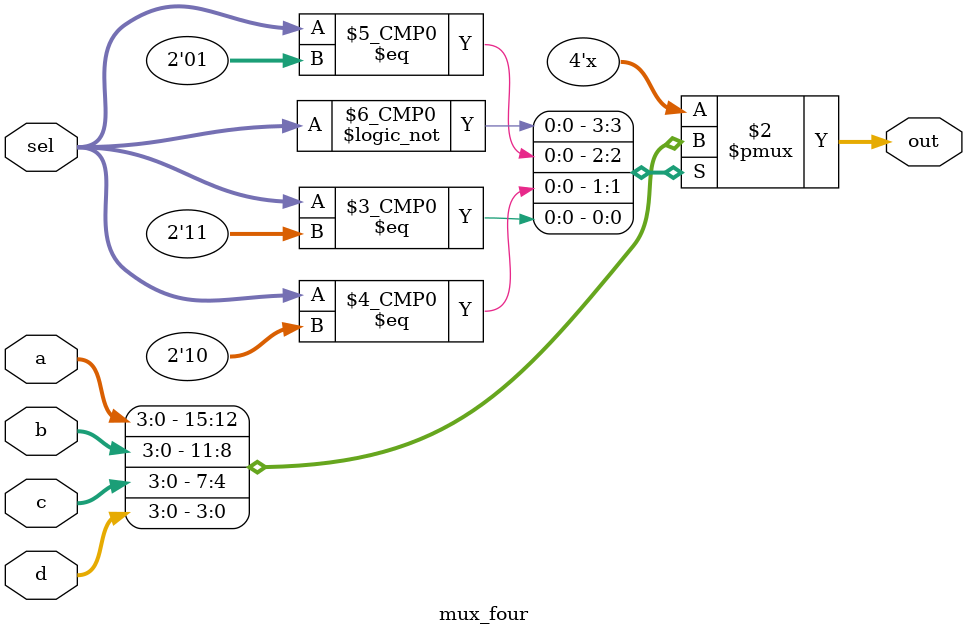
<source format=v>
module mux_four ( input [3:0]a, b, c, d, input [1:0] sel, output reg [3:0] out); 
	always @ (*)
	begin
		case (sel)
		2'b00 : out = a;
		2'b01 : out = b;
		2'b10 : out = c;
		2'b11 : out = d;
	endcase
	end
endmodule

</source>
